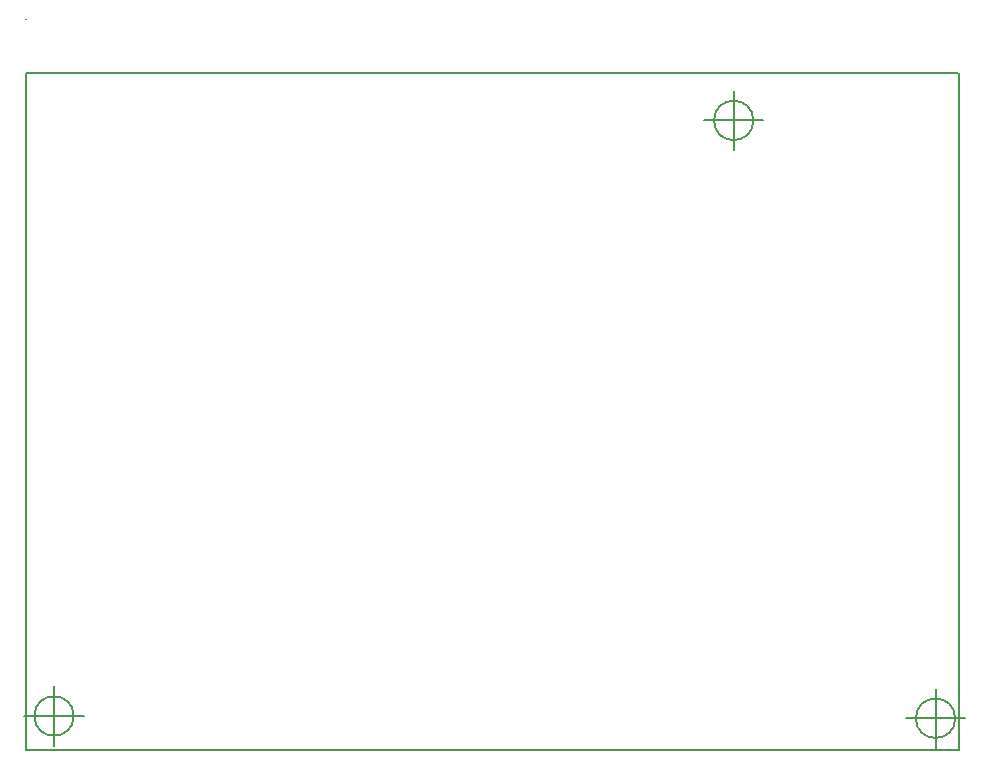
<source format=gbr>
G04 #@! TF.FileFunction,Profile,NP*
%FSLAX46Y46*%
G04 Gerber Fmt 4.6, Leading zero omitted, Abs format (unit mm)*
G04 Created by KiCad (PCBNEW 4.0.7) date 02/16/18 07:03:29*
%MOMM*%
%LPD*%
G01*
G04 APERTURE LIST*
%ADD10C,0.100000*%
%ADD11C,0.150000*%
G04 APERTURE END LIST*
D10*
D11*
X146740000Y-103000000D02*
X146740000Y-103000000D01*
X146740000Y-45730000D02*
X146740000Y-103000000D01*
X67810000Y-103000000D02*
X67800000Y-102990000D01*
X67800000Y-45730000D02*
X67800000Y-102990000D01*
X67770000Y-45720000D02*
X146690000Y-45720000D01*
X67810000Y-41130000D02*
X67810000Y-41130000D01*
X146750000Y-103000000D02*
X67800000Y-103000000D01*
X129353785Y-49710900D02*
G75*
G03X129353785Y-49710900I-1666666J0D01*
G01*
X125187119Y-49710900D02*
X130187119Y-49710900D01*
X127687119Y-47210900D02*
X127687119Y-52210900D01*
X146446666Y-100330000D02*
G75*
G03X146446666Y-100330000I-1666666J0D01*
G01*
X142280000Y-100330000D02*
X147280000Y-100330000D01*
X144780000Y-97830000D02*
X144780000Y-102830000D01*
X71808769Y-100137875D02*
G75*
G03X71808769Y-100137875I-1666666J0D01*
G01*
X67642103Y-100137875D02*
X72642103Y-100137875D01*
X70142103Y-97637875D02*
X70142103Y-102637875D01*
M02*

</source>
